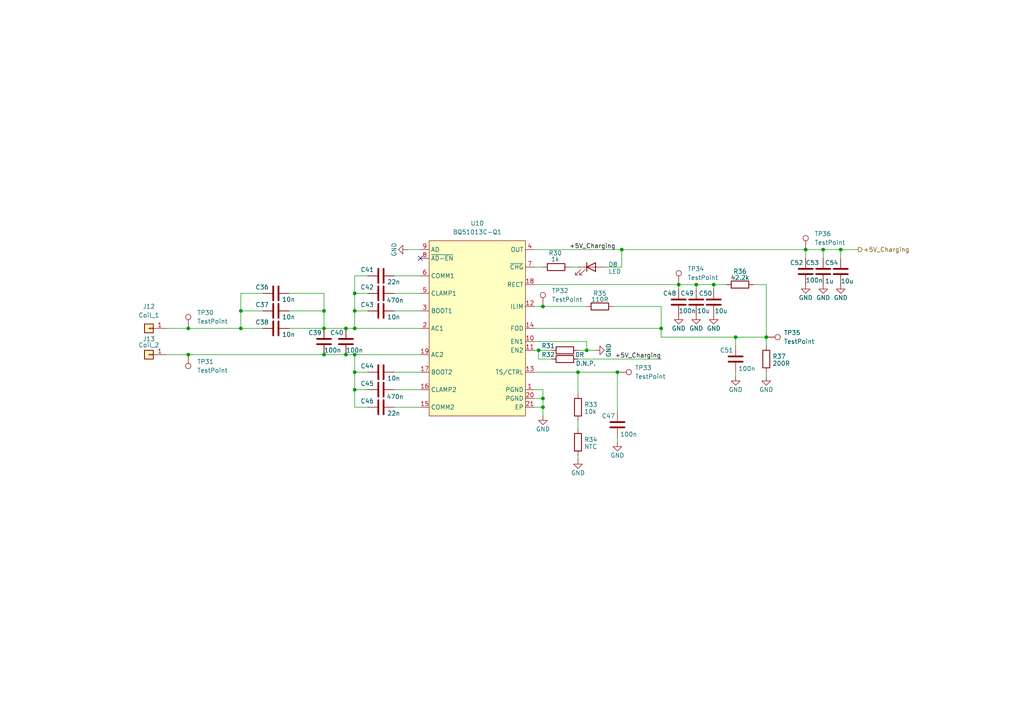
<source format=kicad_sch>
(kicad_sch (version 20231120) (generator "eeschema") (generator_version "8.0")
  (paper "A4")
  (lib_symbols
    (symbol "Connector:TestPoint" (pin_numbers hide) (pin_names (offset 0.762) hide)
      (property "Reference" "TP" (at 0 6.858 0))
      (property "Value" "TestPoint" (at 0 5.08 0))
      (symbol "TestPoint_0_1"
        (circle (center 0 3.302) (radius 0.762))
      )
      (symbol "TestPoint_1_1"
        (pin passive line (at 0 0 90) (length 2.54) (name "1") (number "1"))
      )
    )
    (symbol "Connector_Generic:Conn_01x01" (pin_names (offset 1.016) hide)
      (property "Reference" "J" (at 0 2.54 0))
      (property "Value" "Conn_01x01" (at 0 -2.54 0))
      (symbol "Conn_01x01_1_1"
        (rectangle (start -1.27 0.127) (end 0 -0.127) (stroke (width 0.1524)))
        (rectangle (start -1.27 1.27) (end 1.27 -1.27) (stroke (width 0.254)) (fill (type background)))
        (pin passive line (at -5.08 0 0) (length 3.81) (name "Pin_1") (number "1"))
      )
    )
    (symbol "Device:C" (pin_numbers hide) (pin_names (offset 0.254))
      (property "Reference" "C" (at 0.635 2.54 0))
      (property "Value" "C" (at 0.635 -2.54 0))
      (symbol "C_0_1"
        (polyline (pts (xy -2.032 -0.762) (xy 2.032 -0.762)) (stroke (width 0.508)))
        (polyline (pts (xy -2.032 0.762) (xy 2.032 0.762)) (stroke (width 0.508)))
      )
      (symbol "C_1_1"
        (pin passive line (at 0 3.81 270) (length 2.794) (name "~") (number "1"))
        (pin passive line (at 0 -3.81 90) (length 2.794) (name "~") (number "2"))
      )
    )
    (symbol "Device:LED" (pin_numbers hide) (pin_names (offset 1.016) hide)
      (property "Reference" "D" (at 0 2.54 0))
      (property "Value" "LED" (at 0 -2.54 0))
      (symbol "LED_0_1"
        (polyline (pts (xy -1.27 -1.27) (xy -1.27 1.27)) (stroke (width 0.254)))
        (polyline (pts (xy -1.27 0) (xy 1.27 0)))
        (polyline (pts (xy 1.27 -1.27) (xy 1.27 1.27) (xy -1.27 0) (xy 1.27 -1.27)) (stroke (width 0.254)))
        (polyline (pts (xy -3.048 -0.762) (xy -4.572 -2.286) (xy -3.81 -2.286) (xy -4.572 -2.286) (xy -4.572 -1.524)))
        (polyline (pts (xy -1.778 -0.762) (xy -3.302 -2.286) (xy -2.54 -2.286) (xy -3.302 -2.286) (xy -3.302 -1.524)))
      )
      (symbol "LED_1_1"
        (pin passive line (at -3.81 0 0) (length 2.54) (name "K") (number "1"))
        (pin passive line (at 3.81 0 180) (length 2.54) (name "A") (number "2"))
      )
    )
    (symbol "Device:R" (pin_numbers hide) (pin_names (offset 0))
      (property "Reference" "R" (at 2.032 0 90))
      (property "Value" "R" (at 0 0 90))
      (symbol "R_0_1"
        (rectangle (start -1.016 -2.54) (end 1.016 2.54) (stroke (width 0.254)))
      )
      (symbol "R_1_1"
        (pin passive line (at 0 3.81 270) (length 1.27) (name "~") (number "1"))
        (pin passive line (at 0 -3.81 90) (length 1.27) (name "~") (number "2"))
      )
    )
    (symbol "library:BQ51013C-Q1"
      (property "Reference" "U" (at -13.208 30.226 0))
      (property "Value" "BQ51013C-Q1" (at 0 0 0))
      (symbol "BQ51013C-Q1_0_1"
        (rectangle (start -13.97 29.21) (end 13.97 -21.59) (fill (type background)))
      )
      (symbol "BQ51013C-Q1_1_1"
        (pin power_out line (at 16.51 -13.97 180) (length 2.54) (name "PGND") (number "1"))
        (pin input line (at 16.51 0 180) (length 2.54) (name "EN1") (number "10"))
        (pin input line (at 16.51 -2.54 180) (length 2.54) (name "EN2") (number "11"))
        (pin bidirectional line (at 16.51 10.16 180) (length 2.54) (name "ILIM") (number "12"))
        (pin input line (at 16.51 -8.89 180) (length 2.54) (name "TS/CTRL") (number "13"))
        (pin input line (at 16.51 3.81 180) (length 2.54) (name "FOD") (number "14"))
        (pin output line (at -16.51 -19.05 0) (length 2.54) (name "COMM2") (number "15"))
        (pin output line (at -16.51 -13.97 0) (length 2.54) (name "CLAMP2") (number "16"))
        (pin output line (at -16.51 -8.89 0) (length 2.54) (name "BOOT2") (number "17"))
        (pin output line (at 16.51 16.51 180) (length 2.54) (name "RECT") (number "18"))
        (pin input line (at -16.51 -3.81 0) (length 2.54) (name "AC2") (number "19"))
        (pin input line (at -16.51 3.81 0) (length 2.54) (name "AC1") (number "2"))
        (pin power_out line (at 16.51 -16.51 180) (length 2.54) (name "PGND") (number "20"))
        (pin power_out line (at 16.51 -19.05 180) (length 2.54) (name "EP") (number "21"))
        (pin output line (at -16.51 8.89 0) (length 2.54) (name "BOOT1") (number "3"))
        (pin power_out line (at 16.51 26.67 180) (length 2.54) (name "OUT") (number "4"))
        (pin output line (at -16.51 13.97 0) (length 2.54) (name "CLAMP1") (number "5"))
        (pin output line (at -16.51 19.05 0) (length 2.54) (name "COMM1") (number "6"))
        (pin output line (at 16.51 21.59 180) (length 2.54) (name "~{CHG}") (number "7"))
        (pin output line (at -16.51 24.13 0) (length 2.54) (name "~{AD-EN}") (number "8"))
        (pin input line (at -16.51 26.67 0) (length 2.54) (name "AD") (number "9"))
      )
    )
    (symbol "power:GND" (power) (pin_numbers hide) (pin_names (offset 0) hide)
      (property "Value" "GND" (at 0 -3.81 0))
      (symbol "GND_0_1"
        (polyline (pts (xy 0 0) (xy 0 -1.27) (xy 1.27 -1.27) (xy 0 -2.54) (xy -1.27 -1.27) (xy 0 -1.27)))
      )
      (symbol "GND_1_1"
        (pin power_in line (at 0 0 270) (length 0) (name "~") (number "1"))
      )
    )
  )
  (junction (at 54.61 95.25))
  (junction (at 170.18 101.6))
  (junction (at 102.87 107.95))
  (junction (at 167.64 107.95))
  (junction (at 102.87 90.17))
  (junction (at 222.25 97.79))
  (junction (at 100.33 95.25))
  (junction (at 54.61 102.87))
  (junction (at 180.34 72.39))
  (junction (at 157.48 115.57))
  (junction (at 157.48 88.9))
  (junction (at 179.07 107.95))
  (junction (at 93.98 102.87))
  (junction (at 102.87 95.25))
  (junction (at 102.87 85.09))
  (junction (at 100.33 102.87))
  (junction (at 201.93 82.55))
  (junction (at 102.87 113.03))
  (junction (at 238.76 72.39))
  (junction (at 191.77 95.25))
  (junction (at 243.84 72.39))
  (junction (at 69.85 90.17))
  (junction (at 157.48 118.11))
  (junction (at 69.85 95.25))
  (junction (at 213.36 97.79))
  (junction (at 156.21 101.6))
  (junction (at 93.98 95.25))
  (junction (at 207.01 82.55))
  (junction (at 196.85 82.55))
  (junction (at 93.98 90.17))
  (junction (at 233.68 72.39))
  (junction (at 102.87 102.87))
  (no_connect (at 121.92 74.93))
  (wire (pts (xy 83.82 85.09) (xy 93.98 85.09)))
  (wire (pts (xy 83.82 95.25) (xy 93.98 95.25)))
  (wire (pts (xy 170.18 101.6) (xy 172.72 101.6)))
  (wire (pts (xy 106.68 113.03) (xy 102.87 113.03)))
  (wire (pts (xy 175.26 77.47) (xy 180.34 77.47)))
  (wire (pts (xy 157.48 115.57) (xy 157.48 118.11)))
  (wire (pts (xy 179.07 107.95) (xy 167.64 107.95)))
  (wire (pts (xy 222.25 97.79) (xy 222.25 100.33)))
  (wire (pts (xy 213.36 107.95) (xy 213.36 109.22)))
  (wire (pts (xy 100.33 102.87) (xy 102.87 102.87)))
  (wire (pts (xy 243.84 72.39) (xy 248.92 72.39)))
  (wire (pts (xy 157.48 113.03) (xy 157.48 115.57)))
  (wire (pts (xy 114.3 90.17) (xy 121.92 90.17)))
  (wire (pts (xy 154.94 88.9) (xy 157.48 88.9)))
  (wire (pts (xy 76.2 85.09) (xy 69.85 85.09)))
  (wire (pts (xy 154.94 101.6) (xy 156.21 101.6)))
  (wire (pts (xy 156.21 104.14) (xy 156.21 101.6)))
  (wire (pts (xy 102.87 85.09) (xy 102.87 90.17)))
  (wire (pts (xy 191.77 97.79) (xy 213.36 97.79)))
  (wire (pts (xy 156.21 101.6) (xy 160.02 101.6)))
  (wire (pts (xy 167.64 107.95) (xy 167.64 114.3)))
  (wire (pts (xy 222.25 97.79) (xy 222.25 82.55)))
  (wire (pts (xy 154.94 82.55) (xy 196.85 82.55)))
  (wire (pts (xy 100.33 95.25) (xy 102.87 95.25)))
  (wire (pts (xy 48.26 95.25) (xy 54.61 95.25)))
  (wire (pts (xy 180.34 72.39) (xy 233.68 72.39)))
  (wire (pts (xy 106.68 85.09) (xy 102.87 85.09)))
  (wire (pts (xy 177.8 88.9) (xy 191.77 88.9)))
  (wire (pts (xy 207.01 82.55) (xy 210.82 82.55)))
  (wire (pts (xy 157.48 88.9) (xy 170.18 88.9)))
  (wire (pts (xy 222.25 107.95) (xy 222.25 109.22)))
  (wire (pts (xy 118.11 72.39) (xy 121.92 72.39)))
  (wire (pts (xy 191.77 88.9) (xy 191.77 95.25)))
  (wire (pts (xy 102.87 118.11) (xy 102.87 113.03)))
  (wire (pts (xy 54.61 95.25) (xy 69.85 95.25)))
  (wire (pts (xy 154.94 99.06) (xy 170.18 99.06)))
  (wire (pts (xy 93.98 95.25) (xy 100.33 95.25)))
  (wire (pts (xy 114.3 107.95) (xy 121.92 107.95)))
  (wire (pts (xy 179.07 127) (xy 179.07 128.27)))
  (wire (pts (xy 114.3 118.11) (xy 121.92 118.11)))
  (wire (pts (xy 154.94 113.03) (xy 157.48 113.03)))
  (wire (pts (xy 54.61 102.87) (xy 93.98 102.87)))
  (wire (pts (xy 114.3 85.09) (xy 121.92 85.09)))
  (wire (pts (xy 102.87 102.87) (xy 102.87 107.95)))
  (wire (pts (xy 180.34 77.47) (xy 180.34 72.39)))
  (wire (pts (xy 165.1 77.47) (xy 167.64 77.47)))
  (wire (pts (xy 83.82 90.17) (xy 93.98 90.17)))
  (wire (pts (xy 201.93 82.55) (xy 201.93 83.82)))
  (wire (pts (xy 222.25 97.79) (xy 213.36 97.79)))
  (wire (pts (xy 243.84 72.39) (xy 243.84 74.93)))
  (wire (pts (xy 238.76 72.39) (xy 243.84 72.39)))
  (wire (pts (xy 106.68 118.11) (xy 102.87 118.11)))
  (wire (pts (xy 121.92 102.87) (xy 102.87 102.87)))
  (wire (pts (xy 114.3 80.01) (xy 121.92 80.01)))
  (wire (pts (xy 69.85 90.17) (xy 76.2 90.17)))
  (wire (pts (xy 114.3 113.03) (xy 121.92 113.03)))
  (wire (pts (xy 157.48 118.11) (xy 157.48 120.65)))
  (wire (pts (xy 170.18 99.06) (xy 170.18 101.6)))
  (wire (pts (xy 154.94 118.11) (xy 157.48 118.11)))
  (wire (pts (xy 233.68 72.39) (xy 233.68 74.93)))
  (wire (pts (xy 69.85 90.17) (xy 69.85 95.25)))
  (wire (pts (xy 233.68 72.39) (xy 238.76 72.39)))
  (wire (pts (xy 102.87 80.01) (xy 102.87 85.09)))
  (wire (pts (xy 167.64 101.6) (xy 170.18 101.6)))
  (wire (pts (xy 106.68 80.01) (xy 102.87 80.01)))
  (wire (pts (xy 102.87 90.17) (xy 106.68 90.17)))
  (wire (pts (xy 191.77 95.25) (xy 191.77 97.79)))
  (wire (pts (xy 69.85 85.09) (xy 69.85 90.17)))
  (wire (pts (xy 93.98 102.87) (xy 100.33 102.87)))
  (wire (pts (xy 160.02 104.14) (xy 156.21 104.14)))
  (wire (pts (xy 154.94 115.57) (xy 157.48 115.57)))
  (wire (pts (xy 102.87 107.95) (xy 106.68 107.95)))
  (wire (pts (xy 167.64 104.14) (xy 191.77 104.14)))
  (wire (pts (xy 179.07 119.38) (xy 179.07 107.95)))
  (wire (pts (xy 213.36 97.79) (xy 213.36 100.33)))
  (wire (pts (xy 196.85 82.55) (xy 201.93 82.55)))
  (wire (pts (xy 93.98 85.09) (xy 93.98 90.17)))
  (wire (pts (xy 102.87 113.03) (xy 102.87 107.95)))
  (wire (pts (xy 48.26 102.87) (xy 54.61 102.87)))
  (wire (pts (xy 154.94 95.25) (xy 191.77 95.25)))
  (wire (pts (xy 201.93 82.55) (xy 207.01 82.55)))
  (wire (pts (xy 93.98 90.17) (xy 93.98 95.25)))
  (wire (pts (xy 196.85 83.82) (xy 196.85 82.55)))
  (wire (pts (xy 167.64 121.92) (xy 167.64 124.46)))
  (wire (pts (xy 238.76 72.39) (xy 238.76 74.93)))
  (wire (pts (xy 69.85 95.25) (xy 76.2 95.25)))
  (wire (pts (xy 154.94 77.47) (xy 157.48 77.47)))
  (wire (pts (xy 222.25 82.55) (xy 218.44 82.55)))
  (wire (pts (xy 121.92 95.25) (xy 102.87 95.25)))
  (wire (pts (xy 154.94 107.95) (xy 167.64 107.95)))
  (wire (pts (xy 167.64 132.08) (xy 167.64 133.35)))
  (wire (pts (xy 102.87 95.25) (xy 102.87 90.17)))
  (wire (pts (xy 207.01 82.55) (xy 207.01 83.82)))
  (wire (pts (xy 154.94 72.39) (xy 180.34 72.39)))
  (label "+5V_Charging" (at 165.1 72.39 0))
  (label "+5V_Charging" (at 191.77 104.14 180))
  (hierarchical_label "+5V_Charging" (shape output) (at 248.92 72.39 0))
  (symbol (lib_id "Device:R") (at 173.99 88.9 90) (unit 1)
    (property "Reference" "R35" (at 173.99 85.09 90))
    (property "Value" "110R" (at 173.99 86.868 90))
    (property "Footprint" "Resistor_SMD:R_0603_1608Metric" (effects (hide yes)))
    (property "Description" "Resistor" (effects (hide yes)))
  )
  (symbol (lib_id "Device:C") (at 179.07 123.19 0) (unit 1)
    (property "Reference" "C47" (at 174.498 120.65 0) (effects (justify left)))
    (property "Value" "100n" (at 179.832 125.984 0) (effects (justify left)))
    (property "Footprint" "Capacitor_SMD:C_0603_1608Metric" (effects (hide yes)))
    (property "Description" "Unpolarized capacitor" (effects (hide yes)))
  )
  (symbol (lib_id "Device:R") (at 222.25 104.14 180) (unit 1)
    (property "Reference" "R37" (at 224.028 103.378 0) (effects (justify right)))
    (property "Value" "200R" (at 224.028 105.41 0) (effects (justify right)))
    (property "Footprint" "Resistor_SMD:R_0603_1608Metric" (effects (hide yes)))
    (property "Description" "Resistor" (effects (hide yes)))
  )
  (symbol (lib_id "Connector_Generic:Conn_01x01") (at 43.18 95.25 180) (unit 1)
    (property "Reference" "J12" (at 43.18 88.9 0))
    (property "Value" "Coil_1" (at 43.18 91.44 0))
    (property "Footprint" "TestPoint:TestPoint_THTPad_2.0x2.0mm_Drill1.0mm" (effects (hide yes)))
    (property "Description" "Generic connector, single row, 01x01, script generated (kicad-library-utils/schlib/autogen/connector/)" (effects (hide yes)))
  )
  (symbol (lib_id "power:GND") (at 201.93 91.44 0) (unit 1)
    (property "Reference" "#PWR0122" (effects (hide yes)))
    (property "Value" "GND" (at 201.93 95.25 0))
    (property "Description" "Power symbol creates a global label with name \"GND\" , ground" (effects (hide yes)))
  )
  (symbol (lib_id "Device:C") (at 110.49 107.95 90) (unit 1)
    (property "Reference" "C44" (at 108.458 106.172 90) (effects (justify left)))
    (property "Value" "10n" (at 116.078 109.728 90) (effects (justify left)))
    (property "Footprint" "Capacitor_SMD:C_0603_1608Metric" (effects (hide yes)))
    (property "Description" "Unpolarized capacitor" (effects (hide yes)))
  )
  (symbol (lib_id "Device:C") (at 243.84 78.74 0) (unit 1)
    (property "Reference" "C54" (at 239.268 76.2 0) (effects (justify left)))
    (property "Value" "10u" (at 243.84 81.534 0) (effects (justify left)))
    (property "Footprint" "Capacitor_SMD:C_0603_1608Metric" (effects (hide yes)))
    (property "Description" "Unpolarized capacitor" (effects (hide yes)))
  )
  (symbol (lib_id "power:GND") (at 213.36 109.22 0) (unit 1)
    (property "Reference" "#PWR0124" (effects (hide yes)))
    (property "Value" "GND" (at 213.36 113.03 0))
    (property "Description" "Power symbol creates a global label with name \"GND\" , ground" (effects (hide yes)))
  )
  (symbol (lib_id "Device:LED") (at 171.45 77.47 0) (unit 1)
    (property "Reference" "D8" (at 177.8 76.708 0))
    (property "Value" "LED" (at 178.308 78.74 0))
    (property "Footprint" "LED_SMD:LED_0603_1608Metric" (effects (hide yes)))
    (property "Description" "Light emitting diode" (effects (hide yes)))
  )
  (symbol (lib_id "Device:C") (at 80.01 85.09 90) (unit 1)
    (property "Reference" "C36" (at 77.978 83.312 90) (effects (justify left)))
    (property "Value" "10n" (at 85.598 86.868 90) (effects (justify left)))
    (property "Footprint" "Capacitor_SMD:C_0603_1608Metric" (effects (hide yes)))
    (property "Description" "Unpolarized capacitor" (effects (hide yes)))
  )
  (symbol (lib_id "power:GND") (at 207.01 91.44 0) (unit 1)
    (property "Reference" "#PWR0123" (effects (hide yes)))
    (property "Value" "GND" (at 207.01 95.25 0))
    (property "Description" "Power symbol creates a global label with name \"GND\" , ground" (effects (hide yes)))
  )
  (symbol (lib_id "Device:C") (at 100.33 99.06 0) (unit 1)
    (property "Reference" "C40" (at 95.758 96.52 0) (effects (justify left)))
    (property "Value" "100n" (at 100.33 101.6 0) (effects (justify left)))
    (property "Footprint" "Capacitor_SMD:C_0603_1608Metric" (effects (hide yes)))
    (property "Description" "Unpolarized capacitor" (effects (hide yes)))
  )
  (symbol (lib_id "Connector:TestPoint") (at 233.68 72.39 0) (unit 1)
    (property "Reference" "TP36" (at 236.22 67.8179 0) (effects (justify left)))
    (property "Value" "TestPoint" (at 236.22 70.3579 0) (effects (justify left)))
    (property "Footprint" "TestPoint:TestPoint_Pad_D1.5mm" (effects (hide yes)))
    (property "Description" "test point" (effects (hide yes)))
  )
  (symbol (lib_id "Device:C") (at 110.49 85.09 90) (unit 1)
    (property "Reference" "C42" (at 108.458 83.312 90) (effects (justify left)))
    (property "Value" "470n" (at 117.094 87.122 90) (effects (justify left)))
    (property "Footprint" "Capacitor_SMD:C_0603_1608Metric" (effects (hide yes)))
    (property "Description" "Unpolarized capacitor" (effects (hide yes)))
  )
  (symbol (lib_id "Device:C") (at 110.49 113.03 90) (unit 1)
    (property "Reference" "C45" (at 108.458 111.252 90) (effects (justify left)))
    (property "Value" "470n" (at 117.094 115.062 90) (effects (justify left)))
    (property "Footprint" "Capacitor_SMD:C_0603_1608Metric" (effects (hide yes)))
    (property "Description" "Unpolarized capacitor" (effects (hide yes)))
  )
  (symbol (lib_id "power:GND") (at 157.48 120.65 0) (unit 1)
    (property "Reference" "#PWR0117" (effects (hide yes)))
    (property "Value" "GND" (at 157.48 124.46 0))
    (property "Description" "Power symbol creates a global label with name \"GND\" , ground" (effects (hide yes)))
  )
  (symbol (lib_id "library:BQ51013C-Q1") (at 138.43 99.06 0) (unit 1)
    (property "Reference" "U10" (at 138.43 64.77 0))
    (property "Value" "BQ51013C-Q1" (at 138.43 67.31 0))
    (property "Footprint" "Package_DFN_QFN:Texas_VQFN-RHL-20_ThermalVias" (effects (hide yes)))
    (property "Datasheet" "https://www.ti.com/lit/ds/symlink/bq51013c-q1.pdf?ts=1735290331110&ref_url=https%253A%252F%252Fcz.mouser.com%252F" (effects (hide yes)))
    (property "Description" "Automotive WPC 2.0 compatible fully integrated wireless power receiver IC" (effects (hide yes)))
  )
  (symbol (lib_id "Device:C") (at 196.85 87.63 0) (unit 1)
    (property "Reference" "C48" (at 192.278 85.09 0) (effects (justify left)))
    (property "Value" "100n" (at 196.85 90.17 0) (effects (justify left)))
    (property "Footprint" "Capacitor_SMD:C_0603_1608Metric" (effects (hide yes)))
    (property "Description" "Unpolarized capacitor" (effects (hide yes)))
  )
  (symbol (lib_id "Connector:TestPoint") (at 157.48 88.9 0) (unit 1)
    (property "Reference" "TP32" (at 160.02 84.3279 0) (effects (justify left)))
    (property "Value" "TestPoint" (at 160.02 86.8679 0) (effects (justify left)))
    (property "Footprint" "TestPoint:TestPoint_Pad_D1.5mm" (effects (hide yes)))
    (property "Description" "test point" (effects (hide yes)))
  )
  (symbol (lib_id "power:GND") (at 196.85 91.44 0) (unit 1)
    (property "Reference" "#PWR0121" (effects (hide yes)))
    (property "Value" "GND" (at 196.85 95.25 0))
    (property "Description" "Power symbol creates a global label with name \"GND\" , ground" (effects (hide yes)))
  )
  (symbol (lib_id "Device:R") (at 167.64 128.27 180) (unit 1)
    (property "Reference" "R34" (at 169.418 127.508 0) (effects (justify right)))
    (property "Value" "NTC" (at 169.418 129.54 0) (effects (justify right)))
    (property "Footprint" "Resistor_SMD:R_0603_1608Metric" (effects (hide yes)))
    (property "Description" "Resistor" (effects (hide yes)))
  )
  (symbol (lib_id "power:GND") (at 179.07 128.27 0) (unit 1)
    (property "Reference" "#PWR0120" (effects (hide yes)))
    (property "Value" "GND" (at 179.07 132.08 0))
    (property "Description" "Power symbol creates a global label with name \"GND\" , ground" (effects (hide yes)))
  )
  (symbol (lib_id "Connector:TestPoint") (at 54.61 95.25 0) (unit 1)
    (property "Reference" "TP30" (at 57.15 90.6779 0) (effects (justify left)))
    (property "Value" "TestPoint" (at 57.15 93.2179 0) (effects (justify left)))
    (property "Footprint" "TestPoint:TestPoint_Pad_D1.5mm" (effects (hide yes)))
    (property "Description" "test point" (effects (hide yes)))
  )
  (symbol (lib_id "Device:C") (at 110.49 118.11 90) (unit 1)
    (property "Reference" "C46" (at 108.458 116.332 90) (effects (justify left)))
    (property "Value" "22n" (at 116.078 119.888 90) (effects (justify left)))
    (property "Footprint" "Capacitor_SMD:C_0603_1608Metric" (effects (hide yes)))
    (property "Description" "Unpolarized capacitor" (effects (hide yes)))
  )
  (symbol (lib_id "power:GND") (at 222.25 109.22 0) (unit 1)
    (property "Reference" "#PWR0125" (effects (hide yes)))
    (property "Value" "GND" (at 222.25 113.03 0))
    (property "Description" "Power symbol creates a global label with name \"GND\" , ground" (effects (hide yes)))
  )
  (symbol (lib_id "power:GND") (at 238.76 82.55 0) (unit 1)
    (property "Reference" "#PWR0127" (effects (hide yes)))
    (property "Value" "GND" (at 238.76 86.36 0))
    (property "Description" "Power symbol creates a global label with name \"GND\" , ground" (effects (hide yes)))
  )
  (symbol (lib_id "Device:C") (at 207.01 87.63 0) (unit 1)
    (property "Reference" "C50" (at 202.692 85.09 0) (effects (justify left)))
    (property "Value" "10u" (at 207.264 90.17 0) (effects (justify left)))
    (property "Footprint" "Capacitor_SMD:C_0603_1608Metric" (effects (hide yes)))
    (property "Description" "Unpolarized capacitor" (effects (hide yes)))
  )
  (symbol (lib_id "Device:C") (at 80.01 95.25 90) (unit 1)
    (property "Reference" "C38" (at 77.978 93.472 90) (effects (justify left)))
    (property "Value" "10n" (at 85.598 97.028 90) (effects (justify left)))
    (property "Footprint" "Capacitor_SMD:C_0603_1608Metric" (effects (hide yes)))
    (property "Description" "Unpolarized capacitor" (effects (hide yes)))
  )
  (symbol (lib_id "Device:C") (at 201.93 87.63 0) (unit 1)
    (property "Reference" "C49" (at 197.358 85.09 0) (effects (justify left)))
    (property "Value" "10u" (at 202.184 90.17 0) (effects (justify left)))
    (property "Footprint" "Capacitor_SMD:C_0603_1608Metric" (effects (hide yes)))
    (property "Description" "Unpolarized capacitor" (effects (hide yes)))
  )
  (symbol (lib_id "Device:R") (at 167.64 118.11 180) (unit 1)
    (property "Reference" "R33" (at 169.418 117.348 0) (effects (justify right)))
    (property "Value" "10k" (at 169.418 119.38 0) (effects (justify right)))
    (property "Footprint" "Resistor_SMD:R_0603_1608Metric" (effects (hide yes)))
    (property "Description" "Resistor" (effects (hide yes)))
  )
  (symbol (lib_id "power:GND") (at 167.64 133.35 0) (unit 1)
    (property "Reference" "#PWR0118" (effects (hide yes)))
    (property "Value" "GND" (at 167.64 137.16 0))
    (property "Description" "Power symbol creates a global label with name \"GND\" , ground" (effects (hide yes)))
  )
  (symbol (lib_id "Device:C") (at 213.36 104.14 0) (unit 1)
    (property "Reference" "C51" (at 208.788 101.6 0) (effects (justify left)))
    (property "Value" "100n" (at 214.122 106.934 0) (effects (justify left)))
    (property "Footprint" "Capacitor_SMD:C_0603_1608Metric" (effects (hide yes)))
    (property "Description" "Unpolarized capacitor" (effects (hide yes)))
  )
  (symbol (lib_id "Device:R") (at 163.83 101.6 90) (unit 1)
    (property "Reference" "R31" (at 159.004 100.33 90))
    (property "Value" "0R" (at 168.148 102.87 90))
    (property "Footprint" "Resistor_SMD:R_0603_1608Metric" (effects (hide yes)))
    (property "Description" "Resistor" (effects (hide yes)))
  )
  (symbol (lib_id "Connector:TestPoint") (at 54.61 102.87 180) (unit 1)
    (property "Reference" "TP31" (at 57.15 104.9019 0) (effects (justify right)))
    (property "Value" "TestPoint" (at 57.15 107.4419 0) (effects (justify right)))
    (property "Footprint" "TestPoint:TestPoint_Pad_D1.5mm" (effects (hide yes)))
    (property "Description" "test point" (effects (hide yes)))
  )
  (symbol (lib_id "Device:R") (at 214.63 82.55 90) (unit 1)
    (property "Reference" "R36" (at 214.63 78.74 90))
    (property "Value" "42.2k" (at 214.63 80.518 90))
    (property "Footprint" "Resistor_SMD:R_0603_1608Metric" (effects (hide yes)))
    (property "Description" "Resistor" (effects (hide yes)))
  )
  (symbol (lib_id "Device:C") (at 110.49 90.17 90) (unit 1)
    (property "Reference" "C43" (at 108.458 88.392 90) (effects (justify left)))
    (property "Value" "10n" (at 116.078 91.948 90) (effects (justify left)))
    (property "Footprint" "Capacitor_SMD:C_0603_1608Metric" (effects (hide yes)))
    (property "Description" "Unpolarized capacitor" (effects (hide yes)))
  )
  (symbol (lib_id "Device:C") (at 80.01 90.17 90) (unit 1)
    (property "Reference" "C37" (at 77.978 88.392 90) (effects (justify left)))
    (property "Value" "10n" (at 85.598 91.948 90) (effects (justify left)))
    (property "Footprint" "Capacitor_SMD:C_0603_1608Metric" (effects (hide yes)))
    (property "Description" "Unpolarized capacitor" (effects (hide yes)))
  )
  (symbol (lib_id "power:GND") (at 233.68 82.55 0) (unit 1)
    (property "Reference" "#PWR0126" (effects (hide yes)))
    (property "Value" "GND" (at 233.68 86.36 0))
    (property "Description" "Power symbol creates a global label with name \"GND\" , ground" (effects (hide yes)))
  )
  (symbol (lib_id "Device:R") (at 161.29 77.47 90) (unit 1)
    (property "Reference" "R30" (at 161.036 73.406 90))
    (property "Value" "1k" (at 161.036 75.184 90))
    (property "Footprint" "Resistor_SMD:R_0603_1608Metric" (effects (hide yes)))
    (property "Description" "Resistor" (effects (hide yes)))
  )
  (symbol (lib_id "Connector_Generic:Conn_01x01") (at 43.18 102.87 180) (unit 1)
    (property "Reference" "J13" (at 43.18 98.298 0))
    (property "Value" "Coil_2" (at 43.18 100.076 0))
    (property "Footprint" "TestPoint:TestPoint_THTPad_2.0x2.0mm_Drill1.0mm" (effects (hide yes)))
    (property "Description" "Generic connector, single row, 01x01, script generated (kicad-library-utils/schlib/autogen/connector/)" (effects (hide yes)))
  )
  (symbol (lib_id "power:GND") (at 172.72 101.6 90) (unit 1)
    (property "Reference" "#PWR0119" (effects (hide yes)))
    (property "Value" "GND" (at 176.53 101.6 0))
    (property "Description" "Power symbol creates a global label with name \"GND\" , ground" (effects (hide yes)))
  )
  (symbol (lib_id "Connector:TestPoint") (at 179.07 107.95 270) (unit 1)
    (property "Reference" "TP33" (at 184.15 106.6799 90) (effects (justify left)))
    (property "Value" "TestPoint" (at 184.15 109.2199 90) (effects (justify left)))
    (property "Footprint" "TestPoint:TestPoint_Pad_D1.5mm" (effects (hide yes)))
    (property "Description" "test point" (effects (hide yes)))
  )
  (symbol (lib_id "Connector:TestPoint") (at 196.85 82.55 0) (unit 1)
    (property "Reference" "TP34" (at 199.39 77.9779 0) (effects (justify left)))
    (property "Value" "TestPoint" (at 199.39 80.5179 0) (effects (justify left)))
    (property "Footprint" "TestPoint:TestPoint_Pad_D1.5mm" (effects (hide yes)))
    (property "Description" "test point" (effects (hide yes)))
  )
  (symbol (lib_id "power:GND") (at 243.84 82.55 0) (unit 1)
    (property "Reference" "#PWR0128" (effects (hide yes)))
    (property "Value" "GND" (at 243.84 86.36 0))
    (property "Description" "Power symbol creates a global label with name \"GND\" , ground" (effects (hide yes)))
  )
  (symbol (lib_id "Device:C") (at 93.98 99.06 0) (unit 1)
    (property "Reference" "C39" (at 89.408 96.52 0) (effects (justify left)))
    (property "Value" "100n" (at 93.98 101.6 0) (effects (justify left)))
    (property "Footprint" "Capacitor_SMD:C_0603_1608Metric" (effects (hide yes)))
    (property "Description" "Unpolarized capacitor" (effects (hide yes)))
  )
  (symbol (lib_id "Device:C") (at 233.68 78.74 0) (unit 1)
    (property "Reference" "C52" (at 229.108 76.2 0) (effects (justify left)))
    (property "Value" "100n" (at 233.68 81.28 0) (effects (justify left)))
    (property "Footprint" "Capacitor_SMD:C_0603_1608Metric" (effects (hide yes)))
    (property "Description" "Unpolarized capacitor" (effects (hide yes)))
  )
  (symbol (lib_id "power:GND") (at 118.11 72.39 270) (unit 1)
    (property "Reference" "#PWR0116" (effects (hide yes)))
    (property "Value" "GND" (at 114.3 72.39 0))
    (property "Description" "Power symbol creates a global label with name \"GND\" , ground" (effects (hide yes)))
  )
  (symbol (lib_id "Connector:TestPoint") (at 222.25 97.79 270) (unit 1)
    (property "Reference" "TP35" (at 227.33 96.5199 90) (effects (justify left)))
    (property "Value" "TestPoint" (at 227.33 99.0599 90) (effects (justify left)))
    (property "Footprint" "TestPoint:TestPoint_Pad_D1.5mm" (effects (hide yes)))
    (property "Description" "test point" (effects (hide yes)))
  )
  (symbol (lib_id "Device:C") (at 238.76 78.74 0) (unit 1)
    (property "Reference" "C53" (at 233.68 76.2 0) (effects (justify left)))
    (property "Value" "1u" (at 239.268 81.534 0) (effects (justify left)))
    (property "Footprint" "Capacitor_SMD:C_0603_1608Metric" (effects (hide yes)))
    (property "Description" "Unpolarized capacitor" (effects (hide yes)))
  )
  (symbol (lib_id "Device:R") (at 163.83 104.14 90) (unit 1)
    (property "Reference" "R32" (at 159.004 102.87 90))
    (property "Value" "D.N.P." (at 169.926 105.41 90))
    (property "Footprint" "Resistor_SMD:R_0603_1608Metric" (effects (hide yes)))
    (property "Description" "Resistor" (effects (hide yes)))
  )
  (symbol (lib_id "Device:C") (at 110.49 80.01 90) (unit 1)
    (property "Reference" "C41" (at 108.458 78.232 90) (effects (justify left)))
    (property "Value" "22n" (at 116.078 81.788 90) (effects (justify left)))
    (property "Footprint" "Capacitor_SMD:C_0603_1608Metric" (effects (hide yes)))
    (property "Description" "Unpolarized capacitor" (effects (hide yes)))
  )
)
</source>
